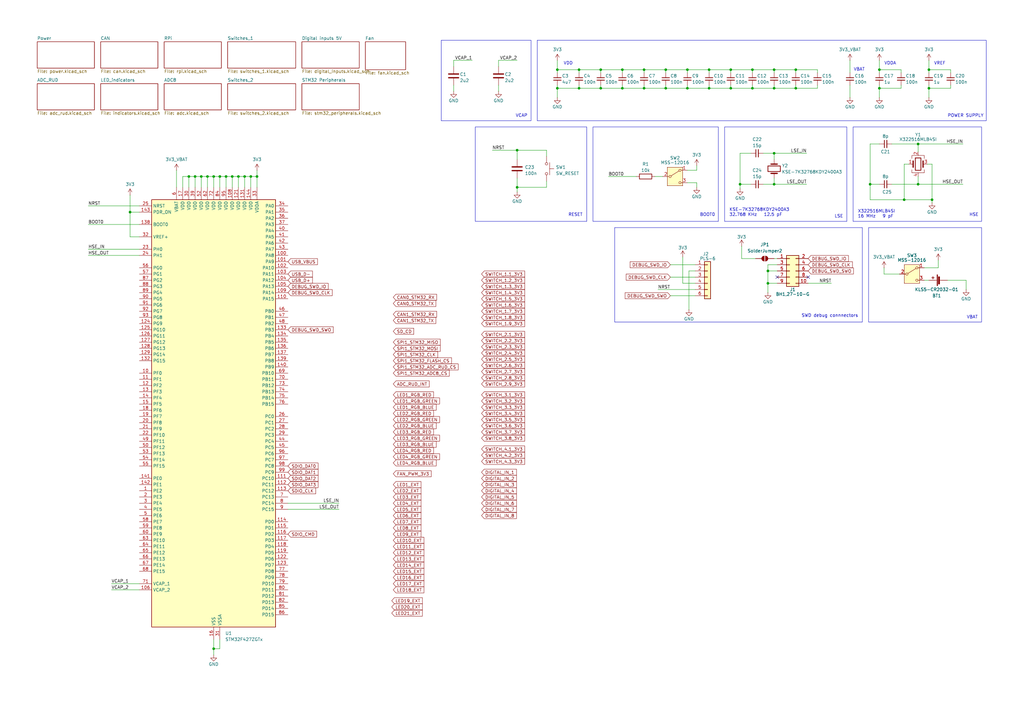
<source format=kicad_sch>
(kicad_sch (version 20231120) (generator "eeschema") (generator_version "8.0")
  (paper "A3")
  (junction (at 376.555 59.055))
  (junction (at 308.61 28.575))
  (junction (at 317.5 75.565))
  (junction (at 299.72 36.195))
  (junction (at 237.49 28.575))
  (junction (at 255.27 28.575))
  (junction (at 246.38 28.575))
  (junction (at 356.87 75.565))
  (junction (at 308.61 36.195))
  (junction (at 281.94 28.575))
  (junction (at 299.72 28.575))
  (junction (at 381 36.195))
  (junction (at 212.09 76.835))
  (junction (at 360.68 28.575))
  (junction (at 273.05 36.195))
  (junction (at 105.41 72.39))
  (junction (at 212.09 61.595))
  (junction (at 376.555 75.565))
  (junction (at 228.6 28.575))
  (junction (at 77.47 72.39))
  (junction (at 53.34 86.995))
  (junction (at 85.09 72.39))
  (junction (at 82.55 72.39))
  (junction (at 303.53 75.565))
  (junction (at 317.5 28.575))
  (junction (at 360.68 36.195))
  (junction (at 80.01 72.39))
  (junction (at 237.49 36.195))
  (junction (at 102.87 72.39))
  (junction (at 317.5 62.865))
  (junction (at 95.25 72.39))
  (junction (at 90.17 72.39))
  (junction (at 97.79 72.39))
  (junction (at 314.96 111.125))
  (junction (at 326.39 28.575))
  (junction (at 264.16 28.575))
  (junction (at 264.16 36.195))
  (junction (at 100.33 72.39))
  (junction (at 228.6 36.195))
  (junction (at 255.27 36.195))
  (junction (at 87.63 266.065))
  (junction (at 381 28.575))
  (junction (at 92.71 72.39))
  (junction (at 290.83 36.195))
  (junction (at 326.39 36.195))
  (junction (at 273.05 28.575))
  (junction (at 382.27 81.915))
  (junction (at 290.83 28.575))
  (junction (at 370.84 81.915))
  (junction (at 317.5 36.195))
  (junction (at 281.94 36.195))
  (junction (at 314.96 116.205))
  (junction (at 87.63 72.39))
  (junction (at 246.38 36.195))
  (no_connect (at 331.47 113.665))
  (no_connect (at 318.77 113.665))
  (wire (pts (xy 87.63 266.065) (xy 87.63 268.605)))
  (wire (pts (xy 77.47 72.39) (xy 77.47 76.835)))
  (wire (pts (xy 36.195 104.775) (xy 57.15 104.775)))
  (wire (pts (xy 317.5 36.195) (xy 308.61 36.195)))
  (wire (pts (xy 95.25 72.39) (xy 95.25 76.835)))
  (wire (pts (xy 212.09 61.595) (xy 212.09 65.405)))
  (wire (pts (xy 264.16 36.195) (xy 264.16 34.925)))
  (wire (pts (xy 237.49 28.575) (xy 246.38 28.575)))
  (wire (pts (xy 282.575 111.125) (xy 282.575 127)))
  (wire (pts (xy 376.555 62.23) (xy 376.555 59.055)))
  (wire (pts (xy 82.55 72.39) (xy 85.09 72.39)))
  (wire (pts (xy 246.38 28.575) (xy 246.38 29.845)))
  (wire (pts (xy 360.68 28.575) (xy 369.57 28.575)))
  (wire (pts (xy 317.5 62.865) (xy 330.835 62.865)))
  (wire (pts (xy 249.555 72.39) (xy 260.985 72.39)))
  (wire (pts (xy 326.39 36.195) (xy 326.39 34.925)))
  (wire (pts (xy 376.555 72.39) (xy 376.555 75.565)))
  (wire (pts (xy 369.57 36.195) (xy 369.57 34.925)))
  (wire (pts (xy 273.05 36.195) (xy 264.16 36.195)))
  (wire (pts (xy 384.81 106.68) (xy 384.81 109.855)))
  (wire (pts (xy 299.72 36.195) (xy 299.72 34.925)))
  (wire (pts (xy 376.555 59.055) (xy 394.97 59.055)))
  (wire (pts (xy 365.76 59.055) (xy 376.555 59.055)))
  (wire (pts (xy 290.83 36.195) (xy 290.83 34.925)))
  (wire (pts (xy 281.94 69.85) (xy 285.75 69.85)))
  (wire (pts (xy 326.39 28.575) (xy 326.39 29.845)))
  (wire (pts (xy 335.28 28.575) (xy 335.28 29.845)))
  (wire (pts (xy 335.28 36.195) (xy 326.39 36.195)))
  (wire (pts (xy 280.035 116.205) (xy 285.115 116.205)))
  (wire (pts (xy 303.53 75.565) (xy 303.53 77.47)))
  (wire (pts (xy 57.15 97.155) (xy 53.34 97.155)))
  (wire (pts (xy 360.68 36.195) (xy 360.68 34.925)))
  (wire (pts (xy 53.34 86.995) (xy 53.34 80.01)))
  (wire (pts (xy 318.77 108.585) (xy 314.96 108.585)))
  (wire (pts (xy 379.095 109.855) (xy 384.81 109.855)))
  (wire (pts (xy 36.195 92.075) (xy 57.15 92.075)))
  (wire (pts (xy 313.055 62.865) (xy 317.5 62.865)))
  (wire (pts (xy 360.68 24.765) (xy 360.68 28.575)))
  (wire (pts (xy 255.27 36.195) (xy 246.38 36.195)))
  (wire (pts (xy 273.05 28.575) (xy 273.05 29.845)))
  (wire (pts (xy 348.615 24.765) (xy 348.615 29.845)))
  (wire (pts (xy 274.955 121.285) (xy 285.115 121.285)))
  (wire (pts (xy 204.47 24.765) (xy 212.09 24.765)))
  (wire (pts (xy 268.605 72.39) (xy 271.78 72.39)))
  (wire (pts (xy 308.61 28.575) (xy 317.5 28.575)))
  (wire (pts (xy 228.6 36.195) (xy 228.6 40.005)))
  (wire (pts (xy 274.955 108.585) (xy 285.115 108.585)))
  (wire (pts (xy 382.27 67.31) (xy 382.27 81.915)))
  (wire (pts (xy 317.5 106.045) (xy 318.77 106.045)))
  (wire (pts (xy 212.09 61.595) (xy 224.155 61.595)))
  (wire (pts (xy 356.87 81.915) (xy 356.87 75.565)))
  (wire (pts (xy 87.63 72.39) (xy 87.63 76.835)))
  (wire (pts (xy 381 28.575) (xy 389.89 28.575)))
  (wire (pts (xy 74.93 72.39) (xy 74.93 76.835)))
  (wire (pts (xy 82.55 72.39) (xy 82.55 76.835)))
  (wire (pts (xy 273.05 28.575) (xy 281.94 28.575)))
  (wire (pts (xy 303.53 62.865) (xy 307.975 62.865)))
  (wire (pts (xy 360.68 59.055) (xy 356.87 59.055)))
  (wire (pts (xy 314.96 116.205) (xy 314.96 120.015)))
  (wire (pts (xy 379.095 114.935) (xy 381 114.935)))
  (wire (pts (xy 285.75 76.835) (xy 285.75 74.93)))
  (wire (pts (xy 382.27 67.31) (xy 380.365 67.31)))
  (wire (pts (xy 90.17 266.065) (xy 87.63 266.065)))
  (wire (pts (xy 118.11 208.915) (xy 139.065 208.915)))
  (wire (pts (xy 299.72 28.575) (xy 299.72 29.845)))
  (wire (pts (xy 382.27 81.915) (xy 370.84 81.915)))
  (wire (pts (xy 212.09 73.025) (xy 212.09 76.835)))
  (wire (pts (xy 80.01 72.39) (xy 82.55 72.39)))
  (wire (pts (xy 246.38 36.195) (xy 237.49 36.195)))
  (wire (pts (xy 255.27 28.575) (xy 255.27 29.845)))
  (wire (pts (xy 326.39 36.195) (xy 317.5 36.195)))
  (wire (pts (xy 45.72 241.935) (xy 57.15 241.935)))
  (wire (pts (xy 264.16 28.575) (xy 264.16 29.845)))
  (wire (pts (xy 317.5 73.025) (xy 317.5 75.565)))
  (wire (pts (xy 212.09 76.835) (xy 212.09 78.74)))
  (wire (pts (xy 87.63 266.065) (xy 87.63 262.255)))
  (wire (pts (xy 314.96 108.585) (xy 314.96 111.125)))
  (wire (pts (xy 281.94 36.195) (xy 273.05 36.195)))
  (wire (pts (xy 102.87 72.39) (xy 100.33 72.39)))
  (wire (pts (xy 381 36.195) (xy 381 40.005)))
  (wire (pts (xy 118.11 206.375) (xy 139.065 206.375)))
  (wire (pts (xy 396.24 114.935) (xy 396.24 118.745)))
  (wire (pts (xy 105.41 76.835) (xy 105.41 72.39)))
  (wire (pts (xy 303.53 62.865) (xy 303.53 75.565)))
  (wire (pts (xy 370.84 67.31) (xy 370.84 81.915)))
  (wire (pts (xy 72.39 69.85) (xy 72.39 76.835)))
  (wire (pts (xy 237.49 28.575) (xy 237.49 29.845)))
  (wire (pts (xy 360.68 28.575) (xy 360.68 29.845)))
  (wire (pts (xy 376.555 75.565) (xy 394.97 75.565)))
  (wire (pts (xy 285.115 111.125) (xy 282.575 111.125)))
  (wire (pts (xy 317.5 28.575) (xy 326.39 28.575)))
  (wire (pts (xy 255.27 36.195) (xy 255.27 34.925)))
  (wire (pts (xy 308.61 36.195) (xy 308.61 34.925)))
  (wire (pts (xy 290.83 36.195) (xy 281.94 36.195)))
  (wire (pts (xy 303.53 75.565) (xy 307.975 75.565)))
  (wire (pts (xy 36.195 84.455) (xy 57.15 84.455)))
  (wire (pts (xy 85.09 72.39) (xy 85.09 76.835)))
  (wire (pts (xy 317.5 75.565) (xy 330.835 75.565)))
  (wire (pts (xy 368.935 112.395) (xy 362.585 112.395)))
  (wire (pts (xy 299.72 28.575) (xy 308.61 28.575)))
  (wire (pts (xy 356.87 59.055) (xy 356.87 75.565)))
  (wire (pts (xy 228.6 28.575) (xy 228.6 29.845)))
  (wire (pts (xy 237.49 36.195) (xy 237.49 34.925)))
  (wire (pts (xy 317.5 36.195) (xy 317.5 34.925)))
  (wire (pts (xy 308.61 28.575) (xy 308.61 29.845)))
  (wire (pts (xy 228.6 24.765) (xy 228.6 28.575)))
  (wire (pts (xy 212.09 76.835) (xy 224.155 76.835)))
  (wire (pts (xy 269.875 118.745) (xy 285.115 118.745)))
  (wire (pts (xy 97.79 72.39) (xy 97.79 76.835)))
  (wire (pts (xy 362.585 109.855) (xy 362.585 112.395)))
  (wire (pts (xy 90.17 72.39) (xy 92.71 72.39)))
  (wire (pts (xy 356.87 75.565) (xy 360.68 75.565)))
  (wire (pts (xy 224.155 61.595) (xy 224.155 64.135)))
  (wire (pts (xy 273.05 36.195) (xy 273.05 34.925)))
  (wire (pts (xy 360.68 36.195) (xy 360.68 40.005)))
  (wire (pts (xy 92.71 72.39) (xy 95.25 72.39)))
  (wire (pts (xy 186.055 34.925) (xy 186.055 37.465)))
  (wire (pts (xy 388.62 114.935) (xy 396.24 114.935)))
  (wire (pts (xy 299.72 36.195) (xy 290.83 36.195)))
  (wire (pts (xy 317.5 28.575) (xy 317.5 29.845)))
  (wire (pts (xy 105.41 72.39) (xy 102.87 72.39)))
  (wire (pts (xy 90.17 72.39) (xy 90.17 76.835)))
  (wire (pts (xy 281.94 28.575) (xy 290.83 28.575)))
  (wire (pts (xy 317.5 65.405) (xy 317.5 62.865)))
  (wire (pts (xy 246.38 28.575) (xy 255.27 28.575)))
  (wire (pts (xy 318.77 111.125) (xy 314.96 111.125)))
  (wire (pts (xy 381 28.575) (xy 381 29.845)))
  (wire (pts (xy 309.88 106.045) (xy 304.165 106.045)))
  (wire (pts (xy 74.93 72.39) (xy 77.47 72.39)))
  (wire (pts (xy 335.28 34.925) (xy 335.28 36.195)))
  (wire (pts (xy 102.87 72.39) (xy 102.87 76.835)))
  (wire (pts (xy 281.94 36.195) (xy 281.94 34.925)))
  (wire (pts (xy 340.995 116.205) (xy 331.47 116.205)))
  (wire (pts (xy 36.195 102.235) (xy 57.15 102.235)))
  (wire (pts (xy 313.055 75.565) (xy 317.5 75.565)))
  (wire (pts (xy 186.055 24.765) (xy 193.675 24.765)))
  (wire (pts (xy 97.79 72.39) (xy 95.25 72.39)))
  (wire (pts (xy 369.57 28.575) (xy 369.57 29.845)))
  (wire (pts (xy 264.16 28.575) (xy 273.05 28.575)))
  (wire (pts (xy 326.39 28.575) (xy 335.28 28.575)))
  (wire (pts (xy 280.035 105.41) (xy 280.035 116.205)))
  (wire (pts (xy 389.89 36.195) (xy 381 36.195)))
  (wire (pts (xy 90.17 262.255) (xy 90.17 266.065)))
  (wire (pts (xy 389.89 36.195) (xy 389.89 34.925)))
  (wire (pts (xy 246.38 36.195) (xy 246.38 34.925)))
  (wire (pts (xy 381 36.195) (xy 381 34.925)))
  (wire (pts (xy 314.96 111.125) (xy 314.96 116.205)))
  (wire (pts (xy 290.83 28.575) (xy 290.83 29.845)))
  (wire (pts (xy 105.41 69.85) (xy 105.41 72.39)))
  (wire (pts (xy 57.15 86.995) (xy 53.34 86.995)))
  (wire (pts (xy 237.49 36.195) (xy 228.6 36.195)))
  (wire (pts (xy 92.71 72.39) (xy 92.71 76.835)))
  (wire (pts (xy 382.27 81.915) (xy 382.27 83.185)))
  (wire (pts (xy 274.955 113.665) (xy 285.115 113.665)))
  (wire (pts (xy 308.61 36.195) (xy 299.72 36.195)))
  (wire (pts (xy 304.165 100.965) (xy 304.165 106.045)))
  (wire (pts (xy 255.27 28.575) (xy 264.16 28.575)))
  (wire (pts (xy 372.745 67.31) (xy 370.84 67.31)))
  (wire (pts (xy 228.6 36.195) (xy 228.6 34.925)))
  (wire (pts (xy 369.57 36.195) (xy 360.68 36.195)))
  (wire (pts (xy 318.77 116.205) (xy 314.96 116.205)))
  (wire (pts (xy 281.94 28.575) (xy 281.94 29.845)))
  (wire (pts (xy 77.47 72.39) (xy 80.01 72.39)))
  (wire (pts (xy 45.72 239.395) (xy 57.15 239.395)))
  (wire (pts (xy 281.94 74.93) (xy 285.75 74.93)))
  (wire (pts (xy 348.615 34.925) (xy 348.615 40.005)))
  (wire (pts (xy 285.75 69.85) (xy 285.75 67.945)))
  (wire (pts (xy 389.89 28.575) (xy 389.89 29.845)))
  (wire (pts (xy 381 24.765) (xy 381 28.575)))
  (wire (pts (xy 100.33 72.39) (xy 100.33 76.835)))
  (wire (pts (xy 80.01 72.39) (xy 80.01 76.835)))
  (wire (pts (xy 224.155 76.835) (xy 224.155 74.295)))
  (wire (pts (xy 100.33 72.39) (xy 97.79 72.39)))
  (wire (pts (xy 201.93 61.595) (xy 212.09 61.595)))
  (wire (pts (xy 228.6 28.575) (xy 237.49 28.575)))
  (wire (pts (xy 186.055 24.765) (xy 186.055 27.305)))
  (wire (pts (xy 87.63 72.39) (xy 90.17 72.39)))
  (wire (pts (xy 204.47 34.925) (xy 204.47 37.465)))
  (wire (pts (xy 204.47 24.765) (xy 204.47 27.305)))
  (wire (pts (xy 53.34 97.155) (xy 53.34 86.995)))
  (wire (pts (xy 370.84 81.915) (xy 356.87 81.915)))
  (wire (pts (xy 365.76 75.565) (xy 376.555 75.565)))
  (wire (pts (xy 264.16 36.195) (xy 255.27 36.195)))
  (wire (pts (xy 290.83 28.575) (xy 299.72 28.575)))
  (wire (pts (xy 85.09 72.39) (xy 87.63 72.39)))
  (rectangle (start 243.205 52.07) (end 294.64 90.805))
  (rectangle (start 297.18 52.07) (end 347.345 90.805))
  (rectangle (start 356.235 93.345) (end 402.59 132.08))
  (rectangle (start 180.975 16.51) (end 217.805 49.53))
  (rectangle (start 220.345 16.51) (end 404.495 49.53))
  (rectangle (start 194.945 52.07) (end 240.665 90.805))
  (rectangle (start 349.885 52.07) (end 402.59 90.805))
  (rectangle (start 252.095 93.345) (end 353.695 132.08))
  (text "SWD debug connnectors" (at 340.36 129.54 0) (effects (font (size 1.27 1.27))))
  (text "RESET" (at 233.045 88.9 0) (effects (font (size 1.27 1.27)) (justify left bottom)))
  (text "VDDA" (at 365.125 26.035 0) (effects (font (size 1.27 1.27))))
  (text "HSE \n" (at 397.51 88.9 0) (effects (font (size 1.27 1.27)) (justify left bottom)))
  (text "VBAT" (at 352.425 28.575 0) (effects (font (size 1.27 1.27))))
  (text "KSE-7K32768KDY2400A3\n32.768 KHz   12.5 pF" (at 299.085 88.9 0) (effects (font (size 1.27 1.27)) (justify left bottom)))
  (text "VREF" (at 385.445 26.035 0) (effects (font (size 1.27 1.27))))
  (text "BOOT0" (at 287.02 88.9 0) (effects (font (size 1.27 1.27)) (justify left bottom)))
  (text "POWER SUPPLY" (at 388.62 48.26 0) (effects (font (size 1.27 1.27)) (justify left bottom)))
  (text "VDD" (at 233.045 26.035 0) (effects (font (size 1.27 1.27))))
  (text "X322516MLB4SI\n16 MHz   9 pF" (at 351.79 89.535 0) (effects (font (size 1.27 1.27)) (justify left bottom)))
  (text "VBAT" (at 398.78 130.175 0) (effects (font (size 1.27 1.27))))
  (text "LSE" (at 342.265 89.535 0) (effects (font (size 1.27 1.27)) (justify left bottom)))
  (text "VCAP" (at 211.455 48.26 0) (effects (font (size 1.27 1.27)) (justify left bottom)))
  (label "HSE_IN" (at 36.195 102.235 0))
  (label "LSE_IN" (at 330.835 62.865 180))
  (label "LSE_IN" (at 139.065 206.375 180))
  (label "HSE_OUT" (at 394.97 75.565 180))
  (label "VCAP_2" (at 45.72 241.935 0))
  (label "NRST" (at 36.195 84.455 0))
  (label "BOOT0" (at 36.195 92.075 0))
  (label "BOOT0" (at 249.555 72.39 0))
  (label "LSE_OUT" (at 139.065 208.915 180))
  (label "NRST" (at 201.93 61.595 0))
  (label "NRST" (at 340.995 116.205 180))
  (label "VCAP_1" (at 45.72 239.395 0))
  (label "NRST" (at 269.875 118.745 0))
  (label "VCAP_1" (at 193.675 24.765 180))
  (label "HSE_IN" (at 394.97 59.055 180))
  (label "HSE_OUT" (at 36.195 104.775 0))
  (label "LSE_OUT" (at 330.835 75.565 180))
  (label "VCAP_2" (at 212.09 24.765 180))
  (global_label "DEBUG_SWD_SWO" (shape input) (at 331.47 111.125 0) (property "Intersheetrefs" "${INTERSHEET_REFS}" (effects (hide yes))))
  (global_label "CAN0_STM32_RX" (shape input) (at 161.29 121.92 0) (property "Intersheetrefs" "${INTERSHEET_REFS}" (effects (hide yes))))
  (global_label "DIGITAL_IN_6" (shape input) (at 197.485 206.375 0) (property "Intersheetrefs" "${INTERSHEET_REFS}" (effects (hide yes))))
  (global_label "SPI1_STM32_CLK" (shape input) (at 161.29 145.415 0) (property "Intersheetrefs" "${INTERSHEET_REFS}" (effects (hide yes))))
  (global_label "SPI1_STM32_MISO" (shape input) (at 161.29 140.335 0) (property "Intersheetrefs" "${INTERSHEET_REFS}" (effects (hide yes))))
  (global_label "DIGITAL_IN_4" (shape input) (at 197.485 201.295 0) (property "Intersheetrefs" "${INTERSHEET_REFS}" (effects (hide yes))))
  (global_label "ADC_RUD_INT" (shape input) (at 161.29 157.48 0) (property "Intersheetrefs" "${INTERSHEET_REFS}" (effects (hide yes))))
  (global_label "SWITCH_2.2_3V3" (shape input) (at 197.485 139.7 0) (property "Intersheetrefs" "${INTERSHEET_REFS}" (effects (hide yes))))
  (global_label "SWITCH_1.2_3V3" (shape input) (at 197.485 114.935 0) (property "Intersheetrefs" "${INTERSHEET_REFS}" (effects (hide yes))))
  (global_label "LED11_EXT" (shape input) (at 161.29 224.155 0) (property "Intersheetrefs" "${INTERSHEET_REFS}" (effects (hide yes))))
  (global_label "SWITCH_3.6_3V3" (shape input) (at 197.485 174.625 0) (property "Intersheetrefs" "${INTERSHEET_REFS}" (effects (hide yes))))
  (global_label "DEBUG_SWD_IO" (shape input) (at 331.47 106.045 0) (property "Intersheetrefs" "${INTERSHEET_REFS}" (effects (hide yes))))
  (global_label "LED17_EXT" (shape input) (at 161.29 239.395 0) (property "Intersheetrefs" "${INTERSHEET_REFS}" (effects (hide yes))))
  (global_label "SDIO_CLK" (shape input) (at 118.11 201.295 0) (property "Intersheetrefs" "${INTERSHEET_REFS}" (effects (hide yes))))
  (global_label "LED12_EXT" (shape input) (at 161.29 226.695 0) (property "Intersheetrefs" "${INTERSHEET_REFS}" (effects (hide yes))))
  (global_label "SWITCH_2.6_3V3" (shape input) (at 197.485 149.86 0) (property "Intersheetrefs" "${INTERSHEET_REFS}" (effects (hide yes))))
  (global_label "DIGITAL_IN_3" (shape input) (at 197.485 198.755 0) (property "Intersheetrefs" "${INTERSHEET_REFS}" (effects (hide yes))))
  (global_label "SWITCH_4.1_3V3" (shape input) (at 197.485 184.15 0) (property "Intersheetrefs" "${INTERSHEET_REFS}" (effects (hide yes))))
  (global_label "DIGITAL_IN_8" (shape input) (at 197.485 211.455 0) (property "Intersheetrefs" "${INTERSHEET_REFS}" (effects (hide yes))))
  (global_label "LED2_EXT" (shape input) (at 161.29 201.295 0) (property "Intersheetrefs" "${INTERSHEET_REFS}" (effects (hide yes))))
  (global_label "LED4_RGB_BLUE" (shape input) (at 161.29 189.865 0) (property "Intersheetrefs" "${INTERSHEET_REFS}" (effects (hide yes))))
  (global_label "SWITCH_1.5_3V3" (shape input) (at 197.485 122.555 0) (property "Intersheetrefs" "${INTERSHEET_REFS}" (effects (hide yes))))
  (global_label "LED3_RGB_RED" (shape input) (at 161.29 177.165 0) (property "Intersheetrefs" "${INTERSHEET_REFS}" (effects (hide yes))))
  (global_label "SWITCH_2.1_3V3" (shape input) (at 197.485 137.16 0) (property "Intersheetrefs" "${INTERSHEET_REFS}" (effects (hide yes))))
  (global_label "SPI1_STM32_FLASH_CS" (shape input) (at 161.29 147.955 0) (property "Intersheetrefs" "${INTERSHEET_REFS}" (effects (hide yes))))
  (global_label "SWITCH_3.7_3V3" (shape input) (at 197.485 177.165 0) (property "Intersheetrefs" "${INTERSHEET_REFS}" (effects (hide yes))))
  (global_label "SWITCH_3.4_3V3" (shape input) (at 197.485 169.545 0) (property "Intersheetrefs" "${INTERSHEET_REFS}" (effects (hide yes))))
  (global_label "SWITCH_1.1_3V3" (shape input) (at 197.485 112.395 0) (property "Intersheetrefs" "${INTERSHEET_REFS}" (effects (hide yes))))
  (global_label "DEBUG_SWD_SWO" (shape input) (at 118.11 135.255 0) (property "Intersheetrefs" "${INTERSHEET_REFS}" (effects (hide yes))))
  (global_label "DEBUG_SWD_CLK" (shape input) (at 331.47 108.585 0) (property "Intersheetrefs" "${INTERSHEET_REFS}" (effects (hide yes))))
  (global_label "SWITCH_2.9_3V3" (shape input) (at 197.485 157.48 0) (property "Intersheetrefs" "${INTERSHEET_REFS}" (effects (hide yes))))
  (global_label "USB_D+" (shape input) (at 118.11 114.935 0) (property "Intersheetrefs" "${INTERSHEET_REFS}" (effects (hide yes))))
  (global_label "LED4_EXT" (shape input) (at 161.29 206.375 0) (property "Intersheetrefs" "${INTERSHEET_REFS}" (effects (hide yes))))
  (global_label "SWITCH_1.3_3V3" (shape input) (at 197.485 117.475 0) (property "Intersheetrefs" "${INTERSHEET_REFS}" (effects (hide yes))))
  (global_label "LED1_RGB_GREEN" (shape input) (at 161.29 164.465 0) (property "Intersheetrefs" "${INTERSHEET_REFS}" (effects (hide yes))))
  (global_label "USB_VBUS" (shape input) (at 118.11 107.315 0) (property "Intersheetrefs" "${INTERSHEET_REFS}" (effects (hide yes))))
  (global_label "LED2_RGB_RED" (shape input) (at 161.29 169.545 0) (property "Intersheetrefs" "${INTERSHEET_REFS}" (effects (hide yes))))
  (global_label "CAN1_STM32_RX" (shape input) (at 161.29 128.905 0) (property "Intersheetrefs" "${INTERSHEET_REFS}" (effects (hide yes))))
  (global_label "CAN0_STM32_TX" (shape input) (at 161.29 124.46 0) (property "Intersheetrefs" "${INTERSHEET_REFS}" (effects (hide yes))))
  (global_label "LED8_EXT" (shape input) (at 161.29 216.535 0) (property "Intersheetrefs" "${INTERSHEET_REFS}" (effects (hide yes))))
  (global_label "SWITCH_1.7_3V3" (shape input) (at 197.485 127.635 0) (property "Intersheetrefs" "${INTERSHEET_REFS}" (effects (hide yes))))
  (global_label "SWITCH_1.4_3V3" (shape input) (at 197.485 120.015 0) (property "Intersheetrefs" "${INTERSHEET_REFS}" (effects (hide yes))))
  (global_label "DIGITAL_IN_7" (shape input) (at 197.485 208.915 0) (property "Intersheetrefs" "${INTERSHEET_REFS}" (effects (hide yes))))
  (global_label "SWITCH_3.1_3V3" (shape input) (at 197.485 161.925 0) (property "Intersheetrefs" "${INTERSHEET_REFS}" (effects (hide yes))))
  (global_label "SWITCH_2.3_3V3" (shape input) (at 197.485 142.24 0) (property "Intersheetrefs" "${INTERSHEET_REFS}" (effects (hide yes))))
  (global_label "LED16_EXT" (shape input) (at 161.29 236.855 0) (property "Intersheetrefs" "${INTERSHEET_REFS}" (effects (hide yes))))
  (global_label "LED3_EXT" (shape input) (at 161.29 203.835 0) (property "Intersheetrefs" "${INTERSHEET_REFS}" (effects (hide yes))))
  (global_label "LED9_EXT" (shape input) (at 161.29 219.075 0) (property "Intersheetrefs" "${INTERSHEET_REFS}" (effects (hide yes))))
  (global_label "LED14_EXT" (shape input) (at 161.29 231.775 0) (property "Intersheetrefs" "${INTERSHEET_REFS}" (effects (hide yes))))
  (global_label "SDIO_DAT0" (shape input) (at 118.11 191.135 0) (property "Intersheetrefs" "${INTERSHEET_REFS}" (effects (hide yes))))
  (global_label "DIGITAL_IN_5" (shape input) (at 197.485 203.835 0) (property "Intersheetrefs" "${INTERSHEET_REFS}" (effects (hide yes))))
  (global_label "SWITCH_1.8_3V3" (shape input) (at 197.485 130.175 0) (property "Intersheetrefs" "${INTERSHEET_REFS}" (effects (hide yes))))
  (global_label "SWITCH_3.5_3V3" (shape input) (at 197.485 172.085 0) (property "Intersheetrefs" "${INTERSHEET_REFS}" (effects (hide yes))))
  (global_label "SD_CD" (shape input) (at 161.29 135.89 0) (property "Intersheetrefs" "${INTERSHEET_REFS}" (effects (hide yes))))
  (global_label "LED2_RGB_BLUE" (shape input) (at 161.29 174.625 0) (property "Intersheetrefs" "${INTERSHEET_REFS}" (effects (hide yes))))
  (global_label "LED10_EXT" (shape input) (at 161.29 221.615 0) (property "Intersheetrefs" "${INTERSHEET_REFS}" (effects (hide yes))))
  (global_label "DEBUG_SWD_IO" (shape input) (at 274.955 108.585 180) (property "Intersheetrefs" "${INTERSHEET_REFS}" (effects (hide yes))))
  (global_label "DEBUG_SWD_SWO" (shape input) (at 274.955 121.285 180) (property "Intersheetrefs" "${INTERSHEET_REFS}" (effects (hide yes))))
  (global_label "SDIO_DAT2" (shape input) (at 118.11 196.215 0) (property "Intersheetrefs" "${INTERSHEET_REFS}" (effects (hide yes))))
  (global_label "DEBUG_SWD_IO" (shape input) (at 118.11 117.475 0) (property "Intersheetrefs" "${INTERSHEET_REFS}" (effects (hide yes))))
  (global_label "LED1_RGB_BLUE" (shape input) (at 161.29 167.005 0) (property "Intersheetrefs" "${INTERSHEET_REFS}" (effects (hide yes))))
  (global_label "SWITCH_1.6_3V3" (shape input) (at 197.485 125.095 0) (property "Intersheetrefs" "${INTERSHEET_REFS}" (effects (hide yes))))
  (global_label "LED20_EXT" (shape input) (at 160.655 248.92 0) (property "Intersheetrefs" "${INTERSHEET_REFS}" (effects (hide yes))))
  (global_label "LED3_RGB_BLUE" (shape input) (at 161.29 182.245 0) (property "Intersheetrefs" "${INTERSHEET_REFS}" (effects (hide yes))))
  (global_label "FAN_PWM_3V3" (shape input) (at 161.29 194.31 0) (property "Intersheetrefs" "${INTERSHEET_REFS}" (effects (hide yes))))
  (global_label "DIGITAL_IN_1" (shape input) (at 197.485 193.675 0) (property "Intersheetrefs" "${INTERSHEET_REFS}" (effects (hide yes))))
  (global_label "LED15_EXT" (shape input) (at 161.29 234.315 0) (property "Intersheetrefs" "${INTERSHEET_REFS}" (effects (hide yes))))
  (global_label "LED7_EXT" (shape input) (at 161.29 213.995 0) (property "Intersheetrefs" "${INTERSHEET_REFS}" (effects (hide yes))))
  (global_label "SDIO_DAT3" (shape input) (at 118.11 198.755 0) (property "Intersheetrefs" "${INTERSHEET_REFS}" (effects (hide yes))))
  (global_label "SWITCH_3.2_3V3" (shape input) (at 197.485 164.465 0) (property "Intersheetrefs" "${INTERSHEET_REFS}" (effects (hide yes))))
  (global_label "SPI1_STM32_ADC8_CS" (shape input) (at 161.29 153.035 0) (property "Intersheetrefs" "${INTERSHEET_REFS}" (effects (hide yes))))
  (global_label "SWITCH_1.9_3V3" (shape input) (at 197.485 132.715 0) (property "Intersheetrefs" "${INTERSHEET_REFS}" (effects (hide yes))))
  (global_label "LED2_RGB_GREEN" (shape input) (at 161.29 172.085 0) (property "Intersheetrefs" "${INTERSHEET_REFS}" (effects (hide yes))))
  (global_label "USB_D-" (shape input) (at 118.11 112.395 0) (property "Intersheetrefs" "${INTERSHEET_REFS}" (effects (hide yes))))
  (global_label "LED6_EXT" (shape input) (at 161.29 211.455 0) (property "Intersheetrefs" "${INTERSHEET_REFS}" (effects (hide yes))))
  (global_label "SDIO_CMD" (shape input) (at 118.11 219.075 0) (property "Intersheetrefs" "${INTERSHEET_REFS}" (effects (hide yes))))
  (global_label "SWITCH_3.3_3V3" (shape input) (at 197.485 167.005 0) (property "Intersheetrefs" "${INTERSHEET_REFS}" (effects (hide yes))))
  (global_label "LED4_RGB_GREEN" (shape input) (at 161.29 187.325 0) (property "Intersheetrefs" "${INTERSHEET_REFS}" (effects (hide yes))))
  (global_label "LED19_EXT" (shape input) (at 160.655 246.38 0) (property "Intersheetrefs" "${INTERSHEET_REFS}" (effects (hide yes))))
  (global_label "LED13_EXT" (shape input) (at 161.29 229.235 0) (property "Intersheetrefs" "${INTERSHEET_REFS}" (effects (hide yes))))
  (global_label "SWITCH_4.3_3V3" (shape input) (at 197.485 189.23 0) (property "Intersheetrefs" "${INTERSHEET_REFS}" (effects (hide yes))))
  (global_label "LED1_RGB_RED" (shape input) (at 161.29 161.925 0) (property "Intersheetrefs" "${INTERSHEET_REFS}" (effects (hide yes))))
  (global_label "DEBUG_SWD_CLK" (shape input) (at 274.955 113.665 180) (property "Intersheetrefs" "${INTERSHEET_REFS}" (effects (hide yes))))
  (global_label "DIGITAL_IN_2" (shape input) (at 197.485 196.215 0) (property "Intersheetrefs" "${INTERSHEET_REFS}" (effects (hide yes))))
  (global_label "SWITCH_4.2_3V3" (shape input) (at 197.485 186.69 0) (property "Intersheetrefs" "${INTERSHEET_REFS}" (effects (hide yes))))
  (global_label "LED4_RGB_RED" (shape input) (at 161.29 184.785 0) (property "Intersheetrefs" "${INTERSHEET_REFS}" (effects (hide yes))))
  (global_label "CAN1_STM32_TX" (shape input) (at 161.29 131.445 0) (property "Intersheetrefs" "${INTERSHEET_REFS}" (effects (hide yes))))
  (global_label "LED5_EXT" (shape input) (at 161.29 208.915 0) (property "Intersheetrefs" "${INTERSHEET_REFS}" (effects (hide yes))))
  (global_label "SWITCH_3.8_3V3" (shape input) (at 197.485 179.705 0) (property "Intersheetrefs" "${INTERSHEET_REFS}" (effects (hide yes))))
  (global_label "SWITCH_2.7_3V3" (shape input) (at 197.485 152.4 0) (property "Intersheetrefs" "${INTERSHEET_REFS}" (effects (hide yes))))
  (global_label "LED3_RGB_GREEN" (shape input) (at 161.29 179.705 0) (property "Intersheetrefs" "${INTERSHEET_REFS}" (effects (hide yes))))
  (global_label "SWITCH_2.4_3V3" (shape input) (at 197.485 144.78 0) (property "Intersheetrefs" "${INTERSHEET_REFS}" (effects (hide yes))))
  (global_label "LED21_EXT" (shape input) (at 160.655 251.46 0) (property "Intersheetrefs" "${INTERSHEET_REFS}" (effects (hide yes))))
  (global_label "DEBUG_SWD_CLK" (shape input) (at 118.11 120.015 0) (property "Intersheetrefs" "${INTERSHEET_REFS}" (effects (hide yes))))
  (global_label "LED1_EXT" (shape input) (at 161.29 198.755 0) (property "Intersheetrefs" "${INTERSHEET_REFS}" (effects (hide yes))))
  (global_label "SPI1_STM32_MOSI" (shape input) (at 161.29 142.875 0) (property "Intersheetrefs" "${INTERSHEET_REFS}" (effects (hide yes))))
  (global_label "SDIO_DAT1" (shape input) (at 118.11 193.675 0) (property "Intersheetrefs" "${INTERSHEET_REFS}" (effects (hide yes))))
  (global_label "SWITCH_2.8_3V3" (shape input) (at 197.485 154.94 0) (property "Intersheetrefs" "${INTERSHEET_REFS}" (effects (hide yes))))
  (global_label "SWITCH_2.5_3V3" (shape input) (at 197.485 147.32 0) (property "Intersheetrefs" "${INTERSHEET_REFS}" (effects (hide yes))))
  (global_label "SPI1_STM32_ADC_RUD_CS" (shape input) (at 161.29 150.495 0) (property "Intersheetrefs" "${INTERSHEET_REFS}" (effects (hide yes))))
  (global_label "LED18_EXT" (shape input) (at 161.29 241.935 0) (property "Intersheetrefs" "${INTERSHEET_REFS}" (effects (hide yes))))
  (symbol (lib_id "power:+5V") (at 280.035 105.41 0) (unit 1)
    (property "Reference" "#PWR020" (effects (hide yes)))
    (property "Value" "3V3" (at 280.035 101.6 0))
    (property "Description" "Power symbol creates a global label with name \"+5V\"" (effects (hide yes)))
  )
  (symbol (lib_id "power:GND") (at 303.53 77.47 0) (unit 1)
    (property "Reference" "#PWR015" (effects (hide yes)))
    (property "Value" "GND" (at 303.53 81.28 0))
  )
  (symbol (lib_id "Switch:SW_Push") (at 224.155 69.215 270) (unit 1)
    (property "Reference" "SW1" (at 227.965 68.58 90) (effects (justify left)))
    (property "Value" "SW_RESET" (at 227.965 71.12 90) (effects (justify left)))
    (property "Footprint" "user_lib:tactile switch 6x6mm smd" (effects (hide yes)))
  )
  (symbol (lib_id "Device:C_Small") (at 281.94 32.385 0) (unit 1)
    (property "Reference" "C9" (at 283.845 31.115 0) (effects (justify left)))
    (property "Value" "100n" (at 283.845 33.655 0) (effects (justify left)))
    (property "Description" "Unpolarized capacitor, small symbol" (effects (hide yes)))
  )
  (symbol (lib_id "Device:C_Small") (at 363.22 75.565 90) (unit 1)
    (property "Reference" "C25" (at 365.76 78.74 90) (effects (justify left)))
    (property "Value" "8p" (at 364.49 72.39 90) (effects (justify left)))
    (property "Footprint" "Capacitor_SMD:C_0603_1608Metric" (effects (hide yes)))
  )
  (symbol (lib_id "Device:C_Small") (at 308.61 32.385 0) (unit 1)
    (property "Reference" "C12" (at 310.515 31.115 0) (effects (justify left)))
    (property "Value" "100n" (at 310.515 33.655 0) (effects (justify left)))
    (property "Description" "Unpolarized capacitor, small symbol" (effects (hide yes)))
  )
  (symbol (lib_name "SW_SPDT_1") (lib_id "Switch:SW_SPDT") (at 276.86 72.39 0) (unit 1)
    (property "Reference" "SW2" (at 276.86 64.77 0))
    (property "Value" "MSS-12D16" (at 276.86 66.675 0))
    (property "Description" "Switch, single pole double throw" (effects (hide yes)))
  )
  (symbol (lib_id "power:GND") (at 314.96 120.015 0) (unit 1)
    (property "Reference" "#PWR024" (effects (hide yes)))
    (property "Value" "GND" (at 314.96 123.825 0))
  )
  (symbol (lib_id "Device:C_Small") (at 290.83 32.385 0) (unit 1)
    (property "Reference" "C10" (at 292.735 31.115 0) (effects (justify left)))
    (property "Value" "100n" (at 292.735 33.655 0) (effects (justify left)))
    (property "Description" "Unpolarized capacitor, small symbol" (effects (hide yes)))
  )
  (symbol (lib_id "Device:C_Small") (at 317.5 32.385 0) (unit 1)
    (property "Reference" "C13" (at 319.405 31.115 0) (effects (justify left)))
    (property "Value" "100n" (at 319.405 33.655 0) (effects (justify left)))
    (property "Description" "Unpolarized capacitor, small symbol" (effects (hide yes)))
  )
  (symbol (lib_id "Device:C_Small") (at 310.515 62.865 90) (unit 1)
    (property "Reference" "C22" (at 310.5213 57.15 90))
    (property "Value" "15p" (at 310.5213 59.69 90))
    (property "Footprint" "Capacitor_SMD:C_0603_1608Metric" (effects (hide yes)))
    (property "Ссылка" "https://www.chipdip.ru/product/grm1885c2a150j" (effects (hide yes)))
    (property "Цена" "6" (effects (hide yes)))
    (property "Человекопонятное название" "Конденсатор 15пФ" (effects (hide yes)))
  )
  (symbol (lib_id "Device:C_Small") (at 381 32.385 0) (unit 1)
    (property "Reference" "C19" (at 382.905 31.115 0) (effects (justify left)))
    (property "Value" "1u" (at 382.905 33.655 0) (effects (justify left)))
    (property "Description" "Unpolarized capacitor, small symbol" (effects (hide yes)))
  )
  (symbol (lib_id "power:+5V") (at 304.165 100.965 0) (unit 1)
    (property "Reference" "#PWR019" (effects (hide yes)))
    (property "Value" "3V3" (at 304.165 97.155 0))
    (property "Description" "Power symbol creates a global label with name \"+5V\"" (effects (hide yes)))
  )
  (symbol (lib_id "Device:C_Small") (at 326.39 32.385 0) (unit 1)
    (property "Reference" "C14" (at 328.295 31.115 0) (effects (justify left)))
    (property "Value" "100n" (at 328.295 33.655 0) (effects (justify left)))
    (property "Description" "Unpolarized capacitor, small symbol" (effects (hide yes)))
  )
  (symbol (lib_id "power:GND") (at 348.615 40.005 0) (unit 1)
    (property "Reference" "#PWR08" (effects (hide yes)))
    (property "Value" "GND" (at 348.615 43.815 0))
    (property "Description" "Power symbol creates a global label with name \"GND\" , ground" (effects (hide yes)))
  )
  (symbol (lib_id "Connector_Generic:Conn_02x05_Odd_Even") (at 323.85 111.125 0) (unit 1)
    (property "Reference" "J1" (at 325.12 118.745 0))
    (property "Value" "BH1,27-10-G" (at 325.12 120.65 0))
    (property "Description" "Generic connector, double row, 02x05, odd/even pin numbering scheme (row 1 odd numbers, row 2 even numbers), script generated (kicad-library-utils/schlib/autogen/connector/)" (effects (hide yes)))
  )
  (symbol (lib_id "Device:C_Small") (at 255.27 32.385 0) (unit 1)
    (property "Reference" "C6" (at 257.175 31.115 0) (effects (justify left)))
    (property "Value" "100n" (at 257.175 33.655 0) (effects (justify left)))
    (property "Description" "Unpolarized capacitor, small symbol" (effects (hide yes)))
  )
  (symbol (lib_id "power:GND") (at 382.27 83.185 0) (unit 1)
    (property "Reference" "#PWR018" (effects (hide yes)))
    (property "Value" "GND" (at 382.27 86.995 0))
  )
  (symbol (lib_id "power:GND") (at 228.6 40.005 0) (unit 1)
    (property "Reference" "#PWR07" (effects (hide yes)))
    (property "Value" "GND" (at 228.6 43.815 0))
    (property "Description" "Power symbol creates a global label with name \"GND\" , ground" (effects (hide yes)))
  )
  (symbol (lib_id "Connector_Generic:Conn_01x06") (at 290.195 113.665 0) (unit 1)
    (property "Reference" "J2" (at 288.29 104.14 0) (effects (justify left)))
    (property "Value" "PLS-6" (at 287.02 106.045 0) (effects (justify left)))
    (property "Description" "Generic connector, single row, 01x06, script generated (kicad-library-utils/schlib/autogen/connector/)" (effects (hide yes)))
  )
  (symbol (lib_id "Device:C") (at 212.09 69.215 0) (unit 1)
    (property "Reference" "C23" (at 215.265 68.58 0) (effects (justify left)))
    (property "Value" "100n" (at 215.265 71.12 0) (effects (justify left)))
    (property "Footprint" "Capacitor_SMD:C_0603_1608Metric" (effects (hide yes)))
  )
  (symbol (lib_id "Device:Crystal") (at 317.5 69.215 90) (unit 1)
    (property "Reference" "Y2" (at 320.675 67.945 90) (effects (justify right)))
    (property "Value" "KSE-7K32768KDY2400A3" (at 320.675 70.485 90) (effects (justify right)))
    (property "Footprint" "user_lib:KSE-7K32768KDY2400A3" (effects (hide yes)))
    (property "Ссылка" "https://www.chipdip.ru/product0/8022143960" (effects (hide yes)))
    (property "Цена" "34" (effects (hide yes)))
    (property "Человекопонятное название" "Кристаллический резонатор 32КГц" (effects (hide yes)))
  )
  (symbol (lib_id "Device:C") (at 204.47 31.115 0) (unit 1)
    (property "Reference" "C2" (at 207.01 30.48 0) (effects (justify left)))
    (property "Value" "2u2" (at 207.01 33.02 0) (effects (justify left)))
    (property "Footprint" "Capacitor_SMD:C_0603_1608Metric" (effects (hide yes)))
  )
  (symbol (lib_id "Device:C_Small") (at 389.89 32.385 0) (unit 1)
    (property "Reference" "C20" (at 391.795 31.115 0) (effects (justify left)))
    (property "Value" "100n" (at 391.795 33.655 0) (effects (justify left)))
    (property "Description" "Unpolarized capacitor, small symbol" (effects (hide yes)))
  )
  (symbol (lib_id "power:GND") (at 282.575 127 0) (unit 1)
    (property "Reference" "#PWR025" (effects (hide yes)))
    (property "Value" "GND" (at 282.575 130.81 0))
  )
  (symbol (lib_id "Device:C_Small") (at 310.515 75.565 90) (unit 1)
    (property "Reference" "C24" (at 310.5213 69.85 90))
    (property "Value" "15p" (at 310.5213 72.39 90))
    (property "Footprint" "Capacitor_SMD:C_0603_1608Metric" (effects (hide yes)))
    (property "Ссылка" "https://www.chipdip.ru/product/grm1885c2a150j" (effects (hide yes)))
    (property "Цена" "6" (effects (hide yes)))
    (property "Человекопонятное название" "Конденсатор 15пФ" (effects (hide yes)))
  )
  (symbol (lib_id "Device:C_Small") (at 360.68 32.385 0) (unit 1)
    (property "Reference" "C17" (at 362.585 31.115 0) (effects (justify left)))
    (property "Value" "1u" (at 362.585 33.655 0) (effects (justify left)))
    (property "Description" "Unpolarized capacitor, small symbol" (effects (hide yes)))
  )
  (symbol (lib_id "Device:R") (at 264.795 72.39 90) (unit 1)
    (property "Reference" "R1" (at 264.795 67.31 90))
    (property "Value" "10k" (at 264.795 69.85 90))
    (property "Footprint" "Resistor_SMD:R_0603_1608Metric" (effects (hide yes)))
  )
  (symbol (lib_id "power:+5V") (at 360.68 24.765 0) (unit 1)
    (property "Reference" "#PWR03" (effects (hide yes)))
    (property "Value" "3V3" (at 360.68 20.32 0))
    (property "Description" "Power symbol creates a global label with name \"+5V\"" (effects (hide yes)))
  )
  (symbol (lib_id "power:+5V") (at 72.39 69.85 0) (unit 1)
    (property "Reference" "#PWR012" (effects (hide yes)))
    (property "Value" "3V3_VBAT" (at 72.39 65.405 0))
    (property "Description" "Power symbol creates a global label with name \"+5V\"" (effects (hide yes)))
  )
  (symbol (lib_id "power:GND") (at 360.68 40.005 0) (unit 1)
    (property "Reference" "#PWR09" (effects (hide yes)))
    (property "Value" "GND" (at 360.68 43.815 0))
    (property "Description" "Power symbol creates a global label with name \"GND\" , ground" (effects (hide yes)))
  )
  (symbol (lib_id "Device:C_Small") (at 273.05 32.385 0) (unit 1)
    (property "Reference" "C8" (at 274.955 31.115 0) (effects (justify left)))
    (property "Value" "100n" (at 274.955 33.655 0) (effects (justify left)))
    (property "Description" "Unpolarized capacitor, small symbol" (effects (hide yes)))
  )
  (symbol (lib_id "Device:C_Small") (at 369.57 32.385 0) (unit 1)
    (property "Reference" "C18" (at 371.475 31.115 0) (effects (justify left)))
    (property "Value" "100n" (at 371.475 33.655 0) (effects (justify left)))
    (property "Description" "Unpolarized capacitor, small symbol" (effects (hide yes)))
  )
  (symbol (lib_id "Device:C_Small") (at 228.6 32.385 0) (unit 1)
    (property "Reference" "C3" (at 230.505 31.115 0) (effects (justify left)))
    (property "Value" "4u7" (at 230.505 33.655 0) (effects (justify left)))
    (property "Description" "Unpolarized capacitor, small symbol" (effects (hide yes)))
  )
  (symbol (lib_id "power:GND") (at 285.75 76.835 0) (unit 1)
    (property "Reference" "#PWR014" (effects (hide yes)))
    (property "Value" "GND" (at 285.75 80.645 0))
  )
  (symbol (lib_id "Device:C_Small") (at 264.16 32.385 0) (unit 1)
    (property "Reference" "C7" (at 266.065 31.115 0) (effects (justify left)))
    (property "Value" "100n" (at 266.065 33.655 0) (effects (justify left)))
    (property "Description" "Unpolarized capacitor, small symbol" (effects (hide yes)))
  )
  (symbol (lib_id "Device:C") (at 186.055 31.115 0) (unit 1)
    (property "Reference" "C1" (at 188.595 30.48 0) (effects (justify left)))
    (property "Value" "2u2" (at 188.595 33.02 0) (effects (justify left)))
    (property "Footprint" "Capacitor_SMD:C_0603_1608Metric" (effects (hide yes)))
  )
  (symbol (lib_id "Device:Battery_Cell") (at 386.08 114.935 90) (unit 1)
    (property "Reference" "BT1" (at 384.175 121.285 90))
    (property "Value" "KLS5-CR2032-01" (at 384.175 118.745 90))
    (property "Footprint" "user_lib:KLS5-CR2032-01" (effects (hide yes)))
    (property "Ссылка" "https://www.chipdip.ru/product/bh-642" (effects (hide yes)))
    (property "Цена" "16" (effects (hide yes)))
    (property "Человекопонятное название" "Разъем для плоской батарейки 3В" (effects (hide yes)))
  )
  (symbol (lib_id "power:+5V") (at 285.75 67.945 0) (unit 1)
    (property "Reference" "#PWR011" (effects (hide yes)))
    (property "Value" "3V3" (at 285.75 63.5 0))
    (property "Description" "Power symbol creates a global label with name \"+5V\"" (effects (hide yes)))
  )
  (symbol (lib_id "power:GND") (at 186.055 37.465 0) (unit 1)
    (property "Reference" "#PWR05" (effects (hide yes)))
    (property "Value" "GND" (at 186.055 41.275 0))
  )
  (symbol (lib_id "Device:C_Small") (at 335.28 32.385 0) (unit 1)
    (property "Reference" "C15" (at 337.185 31.115 0) (effects (justify left)))
    (property "Value" "100n" (at 337.185 33.655 0) (effects (justify left)))
    (property "Description" "Unpolarized capacitor, small symbol" (effects (hide yes)))
  )
  (symbol (lib_id "Device:C_Small") (at 246.38 32.385 0) (unit 1)
    (property "Reference" "C5" (at 248.285 31.115 0) (effects (justify left)))
    (property "Value" "100n" (at 248.285 33.655 0) (effects (justify left)))
    (property "Description" "Unpolarized capacitor, small symbol" (effects (hide yes)))
  )
  (symbol (lib_id "MCU_ST_STM32F4:STM32F427ZGTx") (at 87.63 170.815 0) (unit 1)
    (property "Reference" "U1" (at 92.3641 259.715 0) (effects (justify left)))
    (property "Value" "STM32F427ZGTx" (at 92.3641 262.255 0) (effects (justify left)))
    (property "Footprint" "Package_QFP:LQFP-144_20x20mm_P0.5mm" (effects (hide yes)))
    (property "Datasheet" "https://www.st.com/resource/en/datasheet/stm32f427zg.pdf" (effects (hide yes)))
    (property "Description" "STMicroelectronics Arm Cortex-M4 MCU, 1024KB flash, 256KB RAM, 180 MHz, 1.7-3.6V, 114 GPIO, LQFP144" (effects (hide yes)))
  )
  (symbol (lib_id "Device:C_Small") (at 348.615 32.385 0) (unit 1)
    (property "Reference" "C16" (at 350.52 31.115 0) (effects (justify left)))
    (property "Value" "100n" (at 350.52 33.655 0) (effects (justify left)))
    (property "Description" "Unpolarized capacitor, small symbol" (effects (hide yes)))
  )
  (symbol (lib_name "SW_SPDT_1") (lib_id "Switch:SW_SPDT") (at 374.015 112.395 0) (unit 1)
    (property "Reference" "SW3" (at 374.015 104.775 0))
    (property "Value" "MSS-12D16" (at 374.015 106.68 0))
    (property "Description" "Switch, single pole double throw" (effects (hide yes)))
  )
  (symbol (lib_id "power:GND") (at 381 40.005 0) (unit 1)
    (property "Reference" "#PWR010" (effects (hide yes)))
    (property "Value" "GND" (at 381 43.815 0))
    (property "Description" "Power symbol creates a global label with name \"GND\" , ground" (effects (hide yes)))
  )
  (symbol (lib_id "Device:C_Small") (at 363.22 59.055 90) (unit 1)
    (property "Reference" "C21" (at 365.125 62.23 90) (effects (justify left)))
    (property "Value" "8p" (at 364.49 55.88 90) (effects (justify left)))
    (property "Footprint" "Capacitor_SMD:C_0603_1608Metric" (effects (hide yes)))
  )
  (symbol (lib_id "power:+5V") (at 105.41 69.85 0) (unit 1)
    (property "Reference" "#PWR013" (effects (hide yes)))
    (property "Value" "3V3" (at 105.41 65.405 0))
    (property "Description" "Power symbol creates a global label with name \"+5V\"" (effects (hide yes)))
  )
  (symbol (lib_id "power:+5V") (at 384.81 106.68 0) (unit 1)
    (property "Reference" "#PWR021" (effects (hide yes)))
    (property "Value" "3V3" (at 384.81 102.235 0))
    (property "Description" "Power symbol creates a global label with name \"+5V\"" (effects (hide yes)))
  )
  (symbol (lib_id "power:GND") (at 212.09 78.74 0) (unit 1)
    (property "Reference" "#PWR016" (effects (hide yes)))
    (property "Value" "GND" (at 212.09 82.55 0))
  )
  (symbol (lib_id "power:+5V") (at 381 24.765 0) (unit 1)
    (property "Reference" "#PWR04" (effects (hide yes)))
    (property "Value" "3V3" (at 381 20.32 0))
    (property "Description" "Power symbol creates a global label with name \"+5V\"" (effects (hide yes)))
  )
  (symbol (lib_id "power:+5V") (at 362.585 109.855 0) (unit 1)
    (property "Reference" "#PWR022" (effects (hide yes)))
    (property "Value" "3V3_VBAT" (at 362.585 105.41 0))
    (property "Description" "Power symbol creates a global label with name \"+5V\"" (effects (hide yes)))
  )
  (symbol (lib_id "Device:C_Small") (at 237.49 32.385 0) (unit 1)
    (property "Reference" "C4" (at 239.395 31.115 0) (effects (justify left)))
    (property "Value" "100n" (at 239.395 33.655 0) (effects (justify left)))
    (property "Description" "Unpolarized capacitor, small symbol" (effects (hide yes)))
  )
  (symbol (lib_id "Jumper:SolderJumper_2_Open") (at 313.69 106.045 0) (unit 1) (exclude_from_sim yes) (in_bom no)
    (property "Reference" "JP1" (at 313.69 100.33 0))
    (property "Value" "SolderJumper2" (at 313.69 102.87 0))
    (property "Description" "Solder Jumper, 2-pole, open" (effects (hide yes)))
  )
  (symbol (lib_id "power:+5V") (at 348.615 24.765 0) (unit 1)
    (property "Reference" "#PWR02" (effects (hide yes)))
    (property "Value" "3V3_VBAT" (at 348.615 20.32 0))
    (property "Description" "Power symbol creates a global label with name \"+5V\"" (effects (hide yes)))
  )
  (symbol (lib_id "power:+5V") (at 53.34 80.01 0) (unit 1)
    (property "Reference" "#PWR017" (effects (hide yes)))
    (property "Value" "3V3" (at 53.34 75.565 0))
    (property "Description" "Power symbol creates a global label with name \"+5V\"" (effects (hide yes)))
  )
  (symbol (lib_id "power:GND") (at 87.63 268.605 0) (unit 1)
    (property "Reference" "#PWR026" (effects (hide yes)))
    (property "Value" "GND" (at 87.63 272.415 0))
    (property "Description" "Power symbol creates a global label with name \"GND\" , ground" (effects (hide yes)))
  )
  (symbol (lib_id "Device:Crystal_GND24") (at 376.555 67.31 0) (unit 1)
    (property "Reference" "Y1" (at 376.555 55.245 0))
    (property "Value" "X322516MLB4SI" (at 376.555 57.15 0))
    (property "Footprint" "Crystal:Crystal_SMD_3225-4Pin_3.2x2.5mm" (effects (hide yes)))
  )
  (symbol (lib_id "power:GND") (at 396.24 118.745 0) (unit 1)
    (property "Reference" "#PWR023" (effects (hide yes)))
    (property "Value" "GND" (at 396.24 122.555 0))
  )
  (symbol (lib_id "Device:C_Small") (at 299.72 32.385 0) (unit 1)
    (property "Reference" "C11" (at 301.625 31.115 0) (effects (justify left)))
    (property "Value" "100n" (at 301.625 33.655 0) (effects (justify left)))
    (property "Description" "Unpolarized capacitor, small symbol" (effects (hide yes)))
  )
  (symbol (lib_id "power:+5V") (at 228.6 24.765 0) (unit 1)
    (property "Reference" "#PWR01" (effects (hide yes)))
    (property "Value" "3V3" (at 228.6 20.32 0))
    (property "Description" "Power symbol creates a global label with name \"+5V\"" (effects (hide yes)))
  )
  (symbol (lib_id "power:GND") (at 204.47 37.465 0) (unit 1)
    (property "Reference" "#PWR06" (effects (hide yes)))
    (property "Value" "GND" (at 204.47 41.275 0))
  )
  (sheet (at 15.24 17.145) (size 23.495 10.795) (stroke (width 0.1524))
    (property "Sheetname" "Power" (at 15.24 16.4334 0) (effects (justify left bottom)))
    (property "Sheetfile" "power.kicad_sch" (at 15.24 28.5246 0) (effects (justify left top)))
  )
  (sheet (at 67.31 17.145) (size 23.495 10.795) (stroke (width 0.1524))
    (property "Sheetname" "RPi" (at 67.31 16.4334 0) (effects (justify left bottom)))
    (property "Sheetfile" "rpi.kicad_sch" (at 67.31 28.5246 0) (effects (justify left top)))
  )
  (sheet (at 93.345 17.145) (size 27.94 10.795) (stroke (width 0.1524))
    (property "Sheetname" "Switches_1" (at 93.345 16.4334 0) (effects (justify left bottom)))
    (property "Sheetfile" "switches_1.kicad_sch" (at 93.345 28.5246 0) (effects (justify left top)))
  )
  (sheet (at 15.24 34.29) (size 23.495 10.795) (stroke (width 0.1524))
    (property "Sheetname" "ADC_RUD" (at 15.24 33.5784 0) (effects (justify left bottom)))
    (property "Sheetfile" "adc_rud.kicad_sch" (at 15.24 45.6696 0) (effects (justify left top)))
  )
  (sheet (at 41.275 17.145) (size 23.495 10.795) (stroke (width 0.1524))
    (property "Sheetname" "CAN" (at 41.275 16.4334 0) (effects (justify left bottom)))
    (property "Sheetfile" "can.kicad_sch" (at 41.275 28.5246 0) (effects (justify left top)))
  )
  (sheet (at 67.31 34.29) (size 23.495 10.795) (stroke (width 0.1524))
    (property "Sheetname" "ADC8" (at 67.31 33.5784 0) (effects (justify left bottom)))
    (property "Sheetfile" "adc.kicad_sch" (at 67.31 45.6696 0) (effects (justify left top)))
  )
  (sheet (at 149.86 17.145) (size 16.51 11.43) (stroke (width 0.1524))
    (property "Sheetname" "Fan" (at 149.86 16.4334 0) (effects (justify left bottom)))
    (property "Sheetfile" "fan.kicad_sch" (at 149.86 29.1596 0) (effects (justify left top)))
  )
  (sheet (at 123.825 34.29) (size 23.495 10.795) (stroke (width 0.1524))
    (property "Sheetname" "STM32 Peripherals" (at 123.825 33.5784 0) (effects (justify left bottom)))
    (property "Sheetfile" "stm32_peripherals.kicad_sch" (at 123.825 45.6696 0) (effects (justify left top)))
  )
  (sheet (at 41.275 34.29) (size 23.495 10.795) (stroke (width 0.1524))
    (property "Sheetname" "LED_indicators" (at 41.275 33.5784 0) (effects (justify left bottom)))
    (property "Sheetfile" "indicators.kicad_sch" (at 41.275 45.6696 0) (effects (justify left top)))
  )
  (sheet (at 123.825 17.145) (size 23.495 10.795) (stroke (width 0.1524))
    (property "Sheetname" "Digital inputs 5V" (at 123.825 16.4334 0) (effects (justify left bottom)))
    (property "Sheetfile" "digital_inputs.kicad_sch" (at 123.825 28.5246 0) (effects (justify left top)))
  )
  (sheet (at 93.345 34.29) (size 27.94 10.795) (stroke (width 0.1524))
    (property "Sheetname" "Switches_2" (at 93.345 33.5784 0) (effects (justify left bottom)))
    (property "Sheetfile" "switches_2.kicad_sch" (at 93.345 45.6696 0) (effects (justify left top)))
  )
)
</source>
